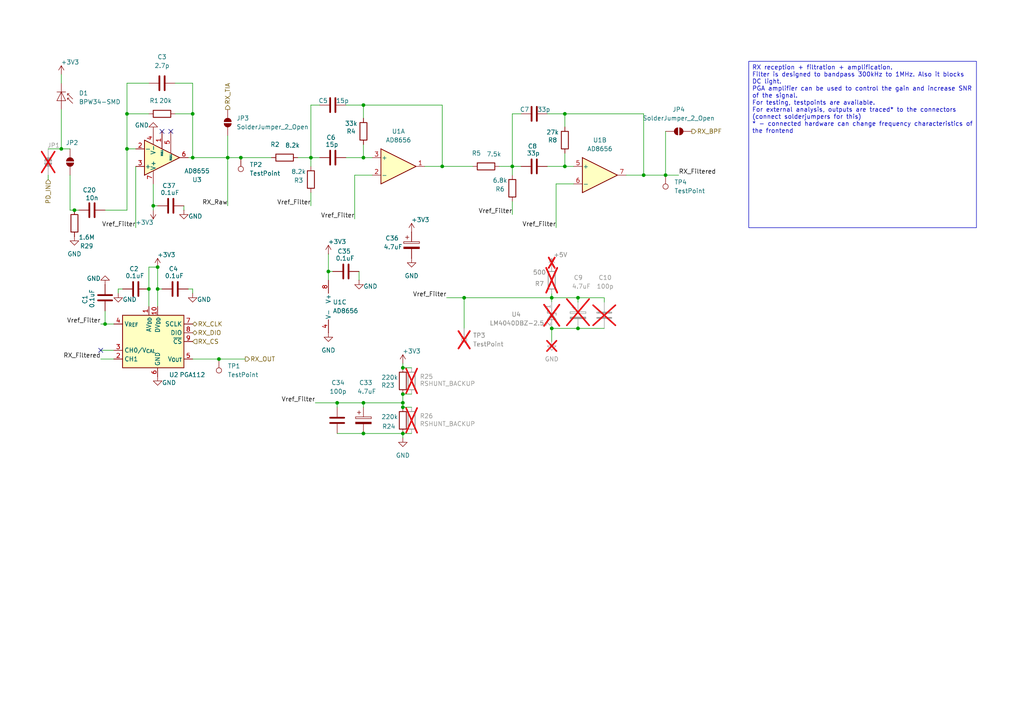
<source format=kicad_sch>
(kicad_sch (version 20250114) (generator "eeschema") (generator_version "9.0")
  (paper "A4")
  (lib_symbols
    (symbol "Amplifier_Operational:AD8655" (pin_names (offset 0.127))
      (property "Reference" "U" (at 0 6.35 0))
      (property "Value" "AD8655" (at 0 3.81 0))
      (symbol "AD8655_0_1"
        (polyline (pts (xy -5.08 5.08) (xy 5.08 0) (xy -5.08 -5.08) (xy -5.08 5.08)) (stroke (width 0.254)) (fill (type background)))
      )
      (symbol "AD8655_1_1"
        (pin input line (at -7.62 2.54 0) (length 2.54) (name "+") (number "3"))
        (pin input line (at -7.62 -2.54 0) (length 2.54) (name "-") (number "2"))
        (pin power_in line (at -2.54 7.62 270) (length 3.81) (name "V+") (number "7"))
        (pin power_in line (at -2.54 -7.62 90) (length 3.81) (name "V-") (number "4"))
        (pin no_connect line (at 0 2.54 270) (length 2.54) (hide yes) (name "NC") (number "8"))
        (pin input line (at 0 -7.62 90) (length 5.08) (name "NULL") (number "1"))
        (pin input line (at 2.54 -7.62 90) (length 6.35) (name "NULL") (number "5"))
        (pin output line (at 7.62 0 180) (length 2.54) (name "~") (number "6"))
      )
    )
    (symbol "Amplifier_Operational:AD8656" (pin_names (offset 0.127))
      (property "Reference" "U" (at 0 5.08 0))
      (property "Value" "AD8656" (at 0 -5.08 0))
      (symbol "AD8656_1_1"
        (polyline (pts (xy -5.08 5.08) (xy 5.08 0) (xy -5.08 -5.08) (xy -5.08 5.08)) (stroke (width 0.254)) (fill (type background)))
        (pin input line (at -7.62 2.54 0) (length 2.54) (name "+") (number "3"))
        (pin input line (at -7.62 -2.54 0) (length 2.54) (name "-") (number "2"))
        (pin output line (at 7.62 0 180) (length 2.54) (name "~") (number "1"))
      )
      (symbol "AD8656_2_1"
        (polyline (pts (xy -5.08 5.08) (xy 5.08 0) (xy -5.08 -5.08) (xy -5.08 5.08)) (stroke (width 0.254)) (fill (type background)))
        (pin input line (at -7.62 2.54 0) (length 2.54) (name "+") (number "5"))
        (pin input line (at -7.62 -2.54 0) (length 2.54) (name "-") (number "6"))
        (pin output line (at 7.62 0 180) (length 2.54) (name "~") (number "7"))
      )
      (symbol "AD8656_3_1"
        (pin power_in line (at -2.54 7.62 270) (length 3.81) (name "V+") (number "8"))
        (pin power_in line (at -2.54 -7.62 90) (length 3.81) (name "V-") (number "4"))
      )
    )
    (symbol "Analog:PGA112"
      (property "Reference" "U" (at -8.89 8.89 0))
      (property "Value" "PGA112" (at 7.62 8.89 0))
      (symbol "PGA112_0_1"
        (rectangle (start -10.16 7.62) (end 7.62 -7.62) (stroke (width 0.254)) (fill (type background)))
      )
      (symbol "PGA112_1_1"
        (pin input line (at -12.7 5.08 0) (length 2.54) (name "V_{REF}") (number "4"))
        (pin input line (at -12.7 -2.54 0) (length 2.54) (name "CH0/V_{CAL}") (number "3"))
        (pin input line (at -12.7 -5.08 0) (length 2.54) (name "CH1") (number "2"))
        (pin power_in line (at -2.54 10.16 270) (length 2.54) (name "AV_{DD}") (number "1"))
        (pin power_in line (at 0 10.16 270) (length 2.54) (name "DV_{DD}") (number "10"))
        (pin power_in line (at 0 -10.16 90) (length 2.54) (name "GND") (number "6"))
        (pin input line (at 10.16 5.08 180) (length 2.54) (name "SCLK") (number "7"))
        (pin bidirectional line (at 10.16 2.54 180) (length 2.54) (name "DIO") (number "8"))
        (pin input line (at 10.16 0 180) (length 2.54) (name "~{CS}") (number "9"))
        (pin output line (at 10.16 -5.08 180) (length 2.54) (name "V_{OUT}") (number "5"))
      )
    )
    (symbol "Connector:TestPoint" (pin_numbers (hide yes)) (pin_names (offset 0.762) (hide yes))
      (property "Reference" "TP" (at 0 6.858 0))
      (property "Value" "TestPoint" (at 0 5.08 0))
      (symbol "TestPoint_0_1"
        (circle (center 0 3.302) (radius 0.762))
      )
      (symbol "TestPoint_1_1"
        (pin passive line (at 0 0 90) (length 2.54) (name "1") (number "1"))
      )
    )
    (symbol "Device:C" (pin_numbers (hide yes)) (pin_names (offset 0.254))
      (property "Reference" "C" (at 0.635 2.54 0))
      (property "Value" "C" (at 0.635 -2.54 0))
      (symbol "C_0_1"
        (polyline (pts (xy -2.032 0.762) (xy 2.032 0.762)) (stroke (width 0.508)))
        (polyline (pts (xy -2.032 -0.762) (xy 2.032 -0.762)) (stroke (width 0.508)))
      )
      (symbol "C_1_1"
        (pin passive line (at 0 3.81 270) (length 2.794) (name "~") (number "1"))
        (pin passive line (at 0 -3.81 90) (length 2.794) (name "~") (number "2"))
      )
    )
    (symbol "Device:C_Polarized" (pin_numbers (hide yes)) (pin_names (offset 0.254))
      (property "Reference" "C" (at 0.635 2.54 0))
      (property "Value" "C_Polarized" (at 0.635 -2.54 0))
      (symbol "C_Polarized_0_1"
        (rectangle (start -2.286 0.508) (end 2.286 1.016))
        (polyline (pts (xy -1.778 2.286) (xy -0.762 2.286)))
        (polyline (pts (xy -1.27 2.794) (xy -1.27 1.778)))
        (rectangle (start 2.286 -0.508) (end -2.286 -1.016) (fill (type outline)))
      )
      (symbol "C_Polarized_1_1"
        (pin passive line (at 0 3.81 270) (length 2.794) (name "~") (number "1"))
        (pin passive line (at 0 -3.81 90) (length 2.794) (name "~") (number "2"))
      )
    )
    (symbol "Device:R" (pin_numbers (hide yes)) (pin_names (offset 0))
      (property "Reference" "R" (at 2.032 0 90))
      (property "Value" "R" (at 0 0 90))
      (symbol "R_0_1"
        (rectangle (start -1.016 -2.54) (end 1.016 2.54) (stroke (width 0.254)))
      )
      (symbol "R_1_1"
        (pin passive line (at 0 3.81 270) (length 1.27) (name "~") (number "1"))
        (pin passive line (at 0 -3.81 90) (length 1.27) (name "~") (number "2"))
      )
    )
    (symbol "Jumper:SolderJumper_2_Open" (pin_numbers (hide yes)) (pin_names (offset 0) (hide yes)) (in_bom no)
      (property "Reference" "JP" (at 0 2.032 0))
      (property "Value" "SolderJumper_2_Open" (at 0 -2.54 0))
      (symbol "SolderJumper_2_Open_0_1"
        (polyline (pts (xy -0.254 1.016) (xy -0.254 -1.016)))
        (arc (start -0.254 -1.016) (mid -1.2656 0) (end -0.254 1.016))
        (arc (start -0.254 -1.016) (mid -1.2656 0) (end -0.254 1.016) (fill (type outline)))
        (arc (start 0.254 1.016) (mid 1.2656 0) (end 0.254 -1.016))
        (arc (start 0.254 1.016) (mid 1.2656 0) (end 0.254 -1.016) (fill (type outline)))
        (polyline (pts (xy 0.254 1.016) (xy 0.254 -1.016)))
      )
      (symbol "SolderJumper_2_Open_1_1"
        (pin passive line (at -3.81 0 0) (length 2.54) (name "A") (number "1"))
        (pin passive line (at 3.81 0 180) (length 2.54) (name "B") (number "2"))
      )
    )
    (symbol "Reference_Voltage:LM4040DBZ-2.5" (pin_names (offset 0.0254) (hide yes))
      (property "Reference" "U" (at 0 2.54 0))
      (property "Value" "LM4040DBZ-2.5" (at 0 -3.175 0))
      (symbol "LM4040DBZ-2.5_0_1"
        (polyline (pts (xy -1.27 0) (xy 0 0) (xy 1.27 0)))
        (polyline (pts (xy -1.27 -1.27) (xy 0.635 0) (xy -1.27 1.27) (xy -1.27 -1.27)) (stroke (width 0.2032)))
        (polyline (pts (xy 0 -1.27) (xy 0.635 -1.27) (xy 0.635 1.27) (xy 1.27 1.27)) (stroke (width 0.2032)))
      )
      (symbol "LM4040DBZ-2.5_1_1"
        (pin passive line (at -3.81 0 0) (length 2.54) (name "A") (number "2"))
        (pin no_connect line (at -1.27 0 0) (length 2.54) (hide yes) (name "NC") (number "3"))
        (pin passive line (at 3.81 0 180) (length 2.54) (name "K") (number "1"))
      )
    )
    (symbol "Sensor_Optical:BPW34-SMD" (pin_numbers (hide yes)) (pin_names (offset 1.016) (hide yes))
      (property "Reference" "D" (at 0.508 1.778 0))
      (property "Value" "BPW34-SMD" (at -1.016 -2.794 0))
      (symbol "BPW34-SMD_0_1"
        (polyline (pts (xy -2.54 1.27) (xy -2.54 -1.27)) (stroke (width 0.1524)))
        (polyline (pts (xy -2.032 1.778) (xy -1.524 1.778)))
        (polyline (pts (xy -0.508 3.302) (xy -2.032 1.778) (xy -2.032 2.286)))
        (polyline (pts (xy 0 1.27) (xy -2.54 0) (xy 0 -1.27)))
        (polyline (pts (xy 0 0) (xy -2.54 0)))
        (polyline (pts (xy 0 -1.27) (xy 0 1.27)))
        (polyline (pts (xy 0.762 3.302) (xy -0.762 1.778) (xy -0.762 2.286) (xy -0.762 1.778) (xy -0.254 1.778)))
      )
      (symbol "BPW34-SMD_1_1"
        (pin passive line (at -5.08 0 0) (length 2.54) (name "K") (number "1"))
        (pin passive line (at 2.54 0 180) (length 2.54) (name "A") (number "2"))
      )
    )
    (symbol "power:+3V3" (power) (pin_numbers (hide yes)) (pin_names (offset 0) (hide yes))
      (property "Value" "+3V3" (at 0 3.556 0))
      (symbol "+3V3_0_1"
        (polyline (pts (xy -0.762 1.27) (xy 0 2.54)))
        (polyline (pts (xy 0 2.54) (xy 0.762 1.27)))
        (polyline (pts (xy 0 0) (xy 0 2.54)))
      )
      (symbol "+3V3_1_1"
        (pin power_in line (at 0 0 90) (length 0) (name "~") (number "1"))
      )
    )
    (symbol "power:GND" (power) (pin_numbers (hide yes)) (pin_names (offset 0) (hide yes))
      (property "Value" "GND" (at 0 -3.81 0))
      (symbol "GND_0_1"
        (polyline (pts (xy 0 0) (xy 0 -1.27) (xy 1.27 -1.27) (xy 0 -2.54) (xy -1.27 -1.27) (xy 0 -1.27)))
      )
      (symbol "GND_1_1"
        (pin power_in line (at 0 0 270) (length 0) (name "~") (number "1"))
      )
    )
  )
  (text_box "RX reception + filtration + amplification. \nFilter is designed to bandpass 300kHz to 1MHz. Also it blocks DC light. \nPGA amplifier can be used to control the gain and increase SNR of the signal.\nFor testing, testpoints are available. \nFor external analysis, outputs are traced* to the connectors (connect solderjumpers for this)\n* - connected hardware can change frequency characteristics of the frontend" (at 217.17 17.78 0) (size 66.04 48.26) (margins 0.9525 0.9525 0.9525 0.9525) (effects (font (size 1.27 1.27)) (justify left top)))
  (junction (at 160.02 95.25))
  (junction (at 105.41 30.48))
  (junction (at 134.62 86.36))
  (junction (at 167.64 86.36))
  (junction (at 148.59 48.26))
  (junction (at 116.84 116.84))
  (junction (at 45.72 83.82))
  (junction (at 160.02 86.36))
  (junction (at 45.72 77.47))
  (junction (at 55.88 45.72))
  (junction (at 36.83 43.18))
  (junction (at 163.83 33.02))
  (junction (at 163.83 48.26))
  (junction (at 116.84 125.73))
  (junction (at 105.41 116.84))
  (junction (at 116.84 114.3))
  (junction (at 193.04 50.8))
  (junction (at 36.83 33.02))
  (junction (at 43.18 83.82))
  (junction (at 90.17 45.72))
  (junction (at 69.85 45.72))
  (junction (at 97.79 116.84))
  (junction (at 105.41 125.73))
  (junction (at 17.78 43.18))
  (junction (at 128.27 48.26))
  (junction (at 116.84 106.68))
  (junction (at 30.48 93.98))
  (junction (at 116.84 118.11))
  (junction (at 167.64 95.25))
  (junction (at 66.04 45.72))
  (junction (at 55.88 33.02))
  (junction (at 95.25 78.74))
  (junction (at 21.59 60.96))
  (junction (at 63.5 104.14))
  (junction (at 44.45 59.69))
  (junction (at 105.41 45.72))
  (junction (at 186.69 50.8))
  (no_connect (at 29.21 101.6))
  (no_connect (at 49.53 38.1))
  (no_connect (at 46.99 38.1))
  (wire (pts (xy 90.17 48.26) (xy 90.17 45.72)))
  (wire (pts (xy 39.37 48.26) (xy 39.37 66.04)))
  (wire (pts (xy 29.21 101.6) (xy 33.02 101.6)))
  (wire (pts (xy 45.72 83.82) (xy 45.72 88.9)))
  (wire (pts (xy 71.12 104.14) (xy 63.5 104.14)))
  (wire (pts (xy 148.59 50.8) (xy 148.59 48.26)))
  (wire (pts (xy 17.78 43.18) (xy 20.32 43.18)))
  (wire (pts (xy 43.18 77.47) (xy 43.18 83.82)))
  (wire (pts (xy 86.36 45.72) (xy 90.17 45.72)))
  (wire (pts (xy 144.78 48.26) (xy 148.59 48.26)))
  (wire (pts (xy 160.02 95.25) (xy 167.64 95.25)))
  (wire (pts (xy 105.41 45.72) (xy 107.95 45.72)))
  (wire (pts (xy 134.62 86.36) (xy 134.62 95.25)))
  (wire (pts (xy 116.84 105.41) (xy 116.84 106.68)))
  (wire (pts (xy 163.83 33.02) (xy 163.83 36.83)))
  (wire (pts (xy 36.83 24.13) (xy 36.83 33.02)))
  (wire (pts (xy 63.5 104.14) (xy 55.88 104.14)))
  (wire (pts (xy 45.72 77.47) (xy 45.72 83.82)))
  (wire (pts (xy 148.59 48.26) (xy 151.13 48.26)))
  (wire (pts (xy 92.71 30.48) (xy 90.17 30.48)))
  (wire (pts (xy 29.21 104.14) (xy 33.02 104.14)))
  (wire (pts (xy 105.41 116.84) (xy 105.41 118.11)))
  (wire (pts (xy 134.62 86.36) (xy 160.02 86.36)))
  (wire (pts (xy 160.02 95.25) (xy 160.02 99.06)))
  (wire (pts (xy 50.8 24.13) (xy 55.88 24.13)))
  (wire (pts (xy 158.75 33.02) (xy 163.83 33.02)))
  (wire (pts (xy 21.59 60.96) (xy 20.32 60.96)))
  (wire (pts (xy 158.75 48.26) (xy 163.83 48.26)))
  (wire (pts (xy 55.88 45.72) (xy 66.04 45.72)))
  (wire (pts (xy 163.83 48.26) (xy 166.37 48.26)))
  (wire (pts (xy 116.84 114.3) (xy 119.38 114.3)))
  (wire (pts (xy 45.72 59.69) (xy 44.45 59.69)))
  (wire (pts (xy 34.29 83.82) (xy 35.56 83.82)))
  (wire (pts (xy 97.79 125.73) (xy 105.41 125.73)))
  (wire (pts (xy 161.29 53.34) (xy 161.29 66.04)))
  (wire (pts (xy 30.48 90.17) (xy 30.48 93.98)))
  (wire (pts (xy 55.88 33.02) (xy 55.88 45.72)))
  (wire (pts (xy 128.27 30.48) (xy 128.27 48.26)))
  (wire (pts (xy 17.78 43.18) (xy 17.78 31.75)))
  (wire (pts (xy 100.33 45.72) (xy 105.41 45.72)))
  (wire (pts (xy 116.84 125.73) (xy 119.38 125.73)))
  (wire (pts (xy 160.02 86.36) (xy 160.02 85.09)))
  (wire (pts (xy 102.87 50.8) (xy 107.95 50.8)))
  (wire (pts (xy 186.69 50.8) (xy 193.04 50.8)))
  (wire (pts (xy 66.04 45.72) (xy 69.85 45.72)))
  (wire (pts (xy 29.21 93.98) (xy 30.48 93.98)))
  (wire (pts (xy 55.88 24.13) (xy 55.88 33.02)))
  (wire (pts (xy 105.41 41.91) (xy 105.41 45.72)))
  (wire (pts (xy 116.84 106.68) (xy 119.38 106.68)))
  (wire (pts (xy 181.61 50.8) (xy 186.69 50.8)))
  (wire (pts (xy 44.45 59.69) (xy 44.45 53.34)))
  (wire (pts (xy 193.04 38.1) (xy 193.04 50.8)))
  (wire (pts (xy 95.25 78.74) (xy 95.25 81.28)))
  (wire (pts (xy 123.19 48.26) (xy 128.27 48.26)))
  (wire (pts (xy 193.04 50.8) (xy 196.85 50.8)))
  (wire (pts (xy 43.18 33.02) (xy 36.83 33.02)))
  (wire (pts (xy 116.84 127) (xy 116.84 125.73)))
  (wire (pts (xy 90.17 45.72) (xy 92.71 45.72)))
  (wire (pts (xy 167.64 87.63) (xy 167.64 86.36)))
  (wire (pts (xy 90.17 30.48) (xy 90.17 45.72)))
  (wire (pts (xy 148.59 33.02) (xy 148.59 48.26)))
  (wire (pts (xy 163.83 44.45) (xy 163.83 48.26)))
  (wire (pts (xy 105.41 116.84) (xy 116.84 116.84)))
  (wire (pts (xy 30.48 93.98) (xy 33.02 93.98)))
  (wire (pts (xy 116.84 114.3) (xy 116.84 116.84)))
  (wire (pts (xy 186.69 33.02) (xy 186.69 50.8)))
  (wire (pts (xy 97.79 116.84) (xy 105.41 116.84)))
  (wire (pts (xy 13.97 43.18) (xy 17.78 43.18)))
  (wire (pts (xy 128.27 48.26) (xy 137.16 48.26)))
  (wire (pts (xy 105.41 30.48) (xy 128.27 30.48)))
  (wire (pts (xy 116.84 118.11) (xy 116.84 116.84)))
  (wire (pts (xy 175.26 87.63) (xy 175.26 86.36)))
  (wire (pts (xy 175.26 86.36) (xy 167.64 86.36)))
  (wire (pts (xy 39.37 43.18) (xy 36.83 43.18)))
  (wire (pts (xy 91.44 116.84) (xy 97.79 116.84)))
  (wire (pts (xy 36.83 33.02) (xy 36.83 43.18)))
  (wire (pts (xy 44.45 60.96) (xy 44.45 59.69)))
  (wire (pts (xy 100.33 30.48) (xy 105.41 30.48)))
  (wire (pts (xy 167.64 86.36) (xy 160.02 86.36)))
  (wire (pts (xy 104.14 81.28) (xy 104.14 78.74)))
  (wire (pts (xy 95.25 73.66) (xy 95.25 78.74)))
  (wire (pts (xy 43.18 24.13) (xy 36.83 24.13)))
  (wire (pts (xy 102.87 50.8) (xy 102.87 63.5)))
  (wire (pts (xy 148.59 58.42) (xy 148.59 62.23)))
  (wire (pts (xy 17.78 21.59) (xy 17.78 24.13)))
  (wire (pts (xy 161.29 53.34) (xy 166.37 53.34)))
  (wire (pts (xy 97.79 118.11) (xy 97.79 116.84)))
  (wire (pts (xy 151.13 33.02) (xy 148.59 33.02)))
  (wire (pts (xy 46.99 83.82) (xy 45.72 83.82)))
  (wire (pts (xy 105.41 30.48) (xy 105.41 34.29)))
  (wire (pts (xy 53.34 60.96) (xy 53.34 59.69)))
  (wire (pts (xy 43.18 83.82) (xy 43.18 88.9)))
  (wire (pts (xy 20.32 60.96) (xy 20.32 50.8)))
  (wire (pts (xy 66.04 45.72) (xy 66.04 59.69)))
  (wire (pts (xy 96.52 78.74) (xy 95.25 78.74)))
  (wire (pts (xy 90.17 55.88) (xy 90.17 59.69)))
  (wire (pts (xy 160.02 87.63) (xy 160.02 86.36)))
  (wire (pts (xy 22.86 60.96) (xy 21.59 60.96)))
  (wire (pts (xy 43.18 77.47) (xy 45.72 77.47)))
  (wire (pts (xy 55.88 83.82) (xy 54.61 83.82)))
  (wire (pts (xy 55.88 85.09) (xy 55.88 83.82)))
  (wire (pts (xy 36.83 43.18) (xy 36.83 60.96)))
  (wire (pts (xy 105.41 125.73) (xy 116.84 125.73)))
  (wire (pts (xy 34.29 85.09) (xy 34.29 83.82)))
  (wire (pts (xy 66.04 39.37) (xy 66.04 45.72)))
  (wire (pts (xy 116.84 118.11) (xy 119.38 118.11)))
  (wire (pts (xy 13.97 52.07) (xy 13.97 50.8)))
  (wire (pts (xy 167.64 95.25) (xy 175.26 95.25)))
  (wire (pts (xy 50.8 33.02) (xy 55.88 33.02)))
  (wire (pts (xy 55.88 45.72) (xy 54.61 45.72)))
  (wire (pts (xy 163.83 33.02) (xy 186.69 33.02)))
  (wire (pts (xy 129.54 86.36) (xy 134.62 86.36)))
  (wire (pts (xy 69.85 45.72) (xy 78.74 45.72)))
  (wire (pts (xy 36.83 60.96) (xy 30.48 60.96)))
  (label "Vref_Filter" (at 29.21 93.98 180))
  (label "Vref_Filter" (at 91.44 116.84 180))
  (label "RX_Filtered" (at 196.85 50.8 0))
  (label "Vref_Filter" (at 39.37 66.04 180))
  (label "Vref_Filter" (at 129.54 86.36 180))
  (label "Vref_Filter" (at 148.59 62.23 180))
  (label "Vref_Filter" (at 90.17 59.69 180))
  (label "RX_Raw" (at 66.04 59.69 180))
  (label "RX_Filtered" (at 29.21 104.14 180))
  (label "Vref_Filter" (at 102.87 63.5 180))
  (label "Vref_Filter" (at 161.29 66.04 180))
  (hierarchical_label "RX_OUT" (shape output) (at 71.12 104.14 0))
  (hierarchical_label "RX_CLK" (shape bidirectional) (at 55.88 93.98 0))
  (hierarchical_label "RX_DIO" (shape bidirectional) (at 55.88 96.52 0))
  (hierarchical_label "RX_BPF" (shape output) (at 200.66 38.1 0))
  (hierarchical_label "RX_CS" (shape input) (at 55.88 99.06 0))
  (hierarchical_label "RX_TIA" (shape output) (at 66.04 31.75 90))
  (hierarchical_label "PD_IN" (shape input) (at 13.97 52.07 270))
  (symbol (lib_id "power:+3V3") (at 95.25 73.66 0) (unit 1)
    (property "Reference" "#PWR01" (effects (hide yes)))
    (property "Value" "+3V3" (at 97.79 70.104 0))
    (property "Description" "Power symbol creates a global label with name \"+3V3\"" (effects (hide yes)))
  )
  (symbol (lib_id "Device:R") (at 119.38 110.49 0) (unit 1) (in_bom no) (dnp yes)
    (property "Reference" "R25" (at 123.698 109.22 0))
    (property "Value" "RSHUNT_BACKUP" (at 129.794 111.252 0))
    (property "Footprint" "Resistor_SMD:R_0805_2012Metric_Pad1.20x1.40mm_HandSolder" (effects (hide yes)))
    (property "Description" "Resistor" (effects (hide yes)))
  )
  (symbol (lib_id "power:+3V3") (at 116.84 105.41 0) (unit 1)
    (property "Reference" "#PWR059" (effects (hide yes)))
    (property "Value" "+3V3" (at 119.38 101.854 0))
    (property "Description" "Power symbol creates a global label with name \"+3V3\"" (effects (hide yes)))
  )
  (symbol (lib_id "Device:C") (at 154.94 48.26 90) (unit 1)
    (property "Reference" "C8" (at 154.432 42.418 90))
    (property "Value" "33p" (at 154.686 44.45 90))
    (property "Footprint" "Capacitor_SMD:C_0402_1005Metric" (effects (hide yes)))
    (property "Description" "Unpolarized capacitor" (effects (hide yes)))
  )
  (symbol (lib_id "power:GND") (at 160.02 99.06 0) (unit 1) (in_bom no) (on_board no) (dnp yes)
    (property "Reference" "#PWR013" (effects (hide yes)))
    (property "Value" "GND" (at 160.02 104.14 0))
    (property "Description" "Power symbol creates a global label with name \"GND\" , ground" (effects (hide yes)))
  )
  (symbol (lib_id "Device:C") (at 154.94 33.02 90) (unit 1)
    (property "Reference" "C7" (at 152.146 31.75 90))
    (property "Value" "33p" (at 157.734 31.75 90))
    (property "Footprint" "Capacitor_SMD:C_0402_1005Metric" (effects (hide yes)))
    (property "Description" "Unpolarized capacitor" (effects (hide yes)))
  )
  (symbol (lib_id "Device:C") (at 26.67 60.96 270) (unit 1)
    (property "Reference" "C20" (at 25.908 55.118 90))
    (property "Value" "10n" (at 26.67 57.404 90))
    (property "Footprint" "Capacitor_SMD:C_0402_1005Metric" (effects (hide yes)))
    (property "Description" "Unpolarized capacitor" (effects (hide yes)))
  )
  (symbol (lib_id "Device:R") (at 46.99 33.02 90) (unit 1)
    (property "Reference" "R1" (at 44.704 29.21 90))
    (property "Value" "20k" (at 48.006 29.21 90))
    (property "Footprint" "Resistor_SMD:R_0402_1005Metric" (effects (hide yes)))
    (property "Description" "Resistor" (effects (hide yes)))
  )
  (symbol (lib_id "power:GND") (at 21.59 68.58 0) (unit 1) (in_bom no) (on_board no)
    (property "Reference" "#PWR028" (effects (hide yes)))
    (property "Value" "GND" (at 21.59 73.66 0))
    (property "Description" "Power symbol creates a global label with name \"GND\" , ground" (effects (hide yes)))
  )
  (symbol (lib_id "Amplifier_Operational:AD8656") (at 97.79 88.9 0) (unit 3)
    (property "Reference" "U1" (at 96.52 87.6299 0) (effects (justify left)))
    (property "Value" "AD8656" (at 96.52 90.1699 0) (effects (justify left)))
    (property "Footprint" "Package_SO:SOIC-8_3.9x4.9mm_P1.27mm" (effects (hide yes)))
    (property "Datasheet" "https://www.analog.com/media/en/technical-documentation/data-sheets/ad8655_8656.pdf" (effects (hide yes)))
    (property "Description" "Dual Low Noise, Precision CMOS Amplifier" (effects (hide yes)))
  )
  (symbol (lib_id "Jumper:SolderJumper_2_Open") (at 13.97 46.99 270) (unit 1) (in_bom no) (on_board no) (dnp yes)
    (property "Reference" "JP1" (at 13.716 42.164 90) (effects (justify left)))
    (property "Value" "SolderJumper_2_Open" (effects (hide yes)))
    (property "Footprint" "Jumper:SolderJumper-2_P1.3mm_Open_Pad1.0x1.5mm" (effects (hide yes)))
    (property "Description" "Solder Jumper, 2-pole, open" (effects (hide yes)))
  )
  (symbol (lib_id "power:+3V3") (at 119.38 67.31 0) (unit 1)
    (property "Reference" "#PWR064" (effects (hide yes)))
    (property "Value" "+3V3" (at 121.92 63.754 0))
    (property "Description" "Power symbol creates a global label with name \"+3V3\"" (effects (hide yes)))
  )
  (symbol (lib_id "Device:C") (at 30.48 86.36 180) (unit 1)
    (property "Reference" "C1" (at 24.638 86.868 90))
    (property "Value" "0.1uF" (at 26.67 86.614 90))
    (property "Footprint" "Capacitor_SMD:C_0402_1005Metric" (effects (hide yes)))
    (property "Description" "Unpolarized capacitor" (effects (hide yes)))
  )
  (symbol (lib_id "power:GND") (at 44.45 38.1 180) (unit 1) (in_bom no) (on_board no)
    (property "Reference" "#PWR07" (effects (hide yes)))
    (property "Value" "GND" (at 41.148 36.322 0))
    (property "Description" "Power symbol creates a global label with name \"GND\" , ground" (effects (hide yes)))
  )
  (symbol (lib_id "Device:R") (at 148.59 54.61 180) (unit 1)
    (property "Reference" "R6" (at 145.034 54.864 0))
    (property "Value" "6.8k" (at 145.034 52.324 0))
    (property "Footprint" "Resistor_SMD:R_0402_1005Metric" (effects (hide yes)))
    (property "Description" "Resistor" (effects (hide yes)))
    (property "Sim.Device" "R" (effects (hide yes)))
    (property "Sim.Pins" "1=- 2=+" (effects (hide yes)))
  )
  (symbol (lib_id "power:+3V3") (at 44.45 60.96 180) (unit 1)
    (property "Reference" "#PWR06" (effects (hide yes)))
    (property "Value" "+3V3" (at 41.91 64.516 0))
    (property "Description" "Power symbol creates a global label with name \"+3V3\"" (effects (hide yes)))
  )
  (symbol (lib_id "Analog:PGA112") (at 45.72 99.06 0) (unit 1)
    (property "Reference" "U2" (at 49.022 108.712 0) (effects (justify left)))
    (property "Value" "PGA112" (at 52.07 108.712 0) (effects (justify left)))
    (property "Footprint" "Package_SO:TSSOP-10_3x3mm_P0.5mm" (effects (hide yes)))
    (property "Datasheet" "http://www.ti.com/lit/ds/sbos424c/sbos424c.pdf" (effects (hide yes)))
    (property "Description" "Zero-Drift Programmable Gain Amplifier With Mux, x1/x2/x4/x8/x16/x32/x64/x128 gains, VSSOP-10" (effects (hide yes)))
  )
  (symbol (lib_id "Device:R") (at 163.83 40.64 180) (unit 1)
    (property "Reference" "R8" (at 160.274 40.64 0))
    (property "Value" "27k" (at 160.274 38.354 0))
    (property "Footprint" "Resistor_SMD:R_0402_1005Metric" (effects (hide yes)))
    (property "Description" "Resistor" (effects (hide yes)))
    (property "Sim.Device" "R" (effects (hide yes)))
    (property "Sim.Pins" "1=- 2=+" (effects (hide yes)))
  )
  (symbol (lib_id "Device:R") (at 105.41 38.1 180) (unit 1)
    (property "Reference" "R4" (at 101.854 38.1 0))
    (property "Value" "33k" (at 101.854 35.814 0))
    (property "Footprint" "Resistor_SMD:R_0402_1005Metric" (effects (hide yes)))
    (property "Description" "Resistor" (effects (hide yes)))
    (property "Sim.Device" "R" (effects (hide yes)))
    (property "Sim.Pins" "1=- 2=+" (effects (hide yes)))
  )
  (symbol (lib_id "Jumper:SolderJumper_2_Open") (at 66.04 35.56 90) (unit 1) (in_bom no)
    (property "Reference" "JP3" (at 68.58 34.2899 90) (effects (justify right)))
    (property "Value" "SolderJumper_2_Open" (at 68.58 36.8299 90) (effects (justify right)))
    (property "Footprint" "Jumper:SolderJumper-2_P1.3mm_Open_Pad1.0x1.5mm" (effects (hide yes)))
    (property "Description" "Solder Jumper, 2-pole, open" (effects (hide yes)))
  )
  (symbol (lib_id "Device:C") (at 96.52 45.72 90) (unit 1)
    (property "Reference" "C6" (at 96.012 39.878 90))
    (property "Value" "15p" (at 96.266 41.91 90))
    (property "Footprint" "Capacitor_SMD:C_0402_1005Metric" (effects (hide yes)))
    (property "Description" "Unpolarized capacitor" (effects (hide yes)))
  )
  (symbol (lib_id "Device:C") (at 100.33 78.74 90) (unit 1)
    (property "Reference" "C35" (at 99.822 72.898 90))
    (property "Value" "0.1uF" (at 100.076 74.93 90))
    (property "Footprint" "Capacitor_SMD:C_0402_1005Metric" (effects (hide yes)))
    (property "Description" "Unpolarized capacitor" (effects (hide yes)))
  )
  (symbol (lib_id "Device:R") (at 82.55 45.72 90) (unit 1)
    (property "Reference" "R2" (at 79.756 41.91 90))
    (property "Value" "8.2k" (at 84.836 42.164 90))
    (property "Footprint" "Resistor_SMD:R_0402_1005Metric" (effects (hide yes)))
    (property "Description" "Resistor" (effects (hide yes)))
    (property "Sim.Device" "R" (effects (hide yes)))
    (property "Sim.Pins" "1=- 2=+" (effects (hide yes)))
  )
  (symbol (lib_id "Jumper:SolderJumper_2_Open") (at 196.85 38.1 180) (unit 1) (in_bom no)
    (property "Reference" "JP4" (at 196.85 31.75 0))
    (property "Value" "SolderJumper_2_Open" (at 196.85 34.29 0))
    (property "Footprint" "Jumper:SolderJumper-2_P1.3mm_Open_Pad1.0x1.5mm" (effects (hide yes)))
    (property "Description" "Solder Jumper, 2-pole, open" (effects (hide yes)))
  )
  (symbol (lib_id "Sensor_Optical:BPW34-SMD") (at 17.78 29.21 270) (unit 1)
    (property "Reference" "D1" (at 22.86 27.0128 90) (effects (justify left)))
    (property "Value" "BPW34-SMD" (at 22.86 29.5528 90) (effects (justify left)))
    (property "Footprint" "OptoDevice:Osram_BPW34S-SMD" (effects (hide yes)))
    (property "Datasheet" "https://dammedia.osram.info/media/resource/hires/osram-dam-5488319/BPW%2034%20S_EN.pdf" (effects (hide yes)))
    (property "Description" "Silicon PIN Photodiode, Area 2.65x2.65mm" (effects (hide yes)))
  )
  (symbol (lib_id "power:GND") (at 30.48 82.55 180) (unit 1) (in_bom no) (on_board no)
    (property "Reference" "#PWR04" (effects (hide yes)))
    (property "Value" "GND" (at 27.178 80.772 0))
    (property "Description" "Power symbol creates a global label with name \"GND\" , ground" (effects (hide yes)))
  )
  (symbol (lib_id "Device:C") (at 96.52 30.48 90) (unit 1)
    (property "Reference" "C5" (at 93.726 29.21 90))
    (property "Value" "15p" (at 99.314 29.21 90))
    (property "Footprint" "Capacitor_SMD:C_0402_1005Metric" (effects (hide yes)))
    (property "Description" "Unpolarized capacitor" (effects (hide yes)))
  )
  (symbol (lib_id "Device:C_Polarized") (at 105.41 121.92 0) (unit 1)
    (property "Reference" "C33" (at 104.14 110.998 0) (effects (justify left)))
    (property "Value" "4.7uF" (at 103.632 113.538 0) (effects (justify left)))
    (property "Footprint" "Capacitor_Tantalum_SMD:CP_EIA-2012-12_Kemet-R_HandSolder" (effects (hide yes)))
    (property "Description" "Polarized capacitor" (effects (hide yes)))
  )
  (symbol (lib_id "Device:C") (at 97.79 121.92 0) (unit 1)
    (property "Reference" "C34" (at 98.044 110.998 0))
    (property "Value" "100p" (at 98.044 113.538 0))
    (property "Footprint" "Capacitor_SMD:C_0402_1005Metric" (effects (hide yes)))
    (property "Description" "Unpolarized capacitor" (effects (hide yes)))
  )
  (symbol (lib_id "Jumper:SolderJumper_2_Open") (at 20.32 46.99 90) (unit 1) (in_bom no)
    (property "Reference" "JP2" (at 19.05 41.402 90) (effects (justify right)))
    (property "Value" "SolderJumper_2_Open" (effects (hide yes)))
    (property "Footprint" "Jumper:SolderJumper-2_P1.3mm_Open_Pad1.0x1.5mm" (effects (hide yes)))
    (property "Description" "Solder Jumper, 2-pole, open" (effects (hide yes)))
  )
  (symbol (lib_id "Device:C") (at 39.37 83.82 90) (unit 1)
    (property "Reference" "C2" (at 38.862 77.978 90))
    (property "Value" "0.1uF" (at 39.116 80.01 90))
    (property "Footprint" "Capacitor_SMD:C_0402_1005Metric" (effects (hide yes)))
    (property "Description" "Unpolarized capacitor" (effects (hide yes)))
  )
  (symbol (lib_id "power:GND") (at 116.84 127 0) (unit 1) (in_bom no) (on_board no)
    (property "Reference" "#PWR012" (effects (hide yes)))
    (property "Value" "GND" (at 116.84 132.08 0))
    (property "Description" "Power symbol creates a global label with name \"GND\" , ground" (effects (hide yes)))
  )
  (symbol (lib_id "Amplifier_Operational:AD8655") (at 46.99 45.72 0) (mirror x) (unit 1)
    (property "Reference" "U3" (at 57.15 52.1402 0))
    (property "Value" "AD8655" (at 57.15 49.6002 0))
    (property "Footprint" "Package_SO:SOIC-8_3.9x4.9mm_P1.27mm" (effects (hide yes)))
    (property "Datasheet" "https://www.analog.com/media/en/technical-documentation/data-sheets/ad8655_8656.pdf" (effects (hide yes)))
    (property "Description" "Single Low Noise, Precision CMOS Amplifier" (effects (hide yes)))
  )
  (symbol (lib_id "Device:R") (at 116.84 121.92 180) (unit 1)
    (property "Reference" "R24" (at 112.776 123.698 0))
    (property "Value" "220k" (at 113.03 120.904 0))
    (property "Footprint" "Resistor_SMD:R_0805_2012Metric_Pad1.20x1.40mm_HandSolder" (effects (hide yes)))
    (property "Description" "Resistor" (effects (hide yes)))
  )
  (symbol (lib_id "Device:R") (at 160.02 81.28 180) (unit 1) (in_bom no) (on_board no) (dnp yes)
    (property "Reference" "R7" (at 156.464 82.296 0))
    (property "Value" "500" (at 156.464 78.994 0))
    (property "Description" "Resistor" (effects (hide yes)))
  )
  (symbol (lib_id "Device:C") (at 175.26 91.44 0) (unit 1) (in_bom no) (on_board no) (dnp yes)
    (property "Reference" "C10" (at 175.514 80.518 0))
    (property "Value" "100p" (at 175.514 83.058 0))
    (property "Description" "Unpolarized capacitor" (effects (hide yes)))
  )
  (symbol (lib_id "Device:C_Polarized") (at 167.64 91.44 0) (unit 1) (in_bom no) (on_board no) (dnp yes)
    (property "Reference" "C9" (at 166.37 80.518 0) (effects (justify left)))
    (property "Value" "4.7uF" (at 165.862 83.058 0) (effects (justify left)))
    (property "Description" "Polarized capacitor" (effects (hide yes)))
  )
  (symbol (lib_id "Reference_Voltage:LM4040DBZ-2.5") (at 160.02 91.44 90) (unit 1) (in_bom no) (on_board no) (dnp yes)
    (property "Reference" "U4" (at 148.336 91.186 90) (effects (justify right)))
    (property "Value" "LM4040DBZ-2.5" (at 141.986 93.726 90) (effects (justify right)))
    (property "Footprint" "Package_TO_SOT_SMD:SOT-23" (effects (hide yes)))
    (property "Datasheet" "http://www.ti.com/lit/ds/symlink/lm4040-n.pdf" (effects (hide yes)))
    (property "Description" "2.500V Precision Micropower Shunt Voltage Reference, SOT-23" (effects (hide yes)))
  )
  (symbol (lib_id "Device:R") (at 90.17 52.07 180) (unit 1)
    (property "Reference" "R3" (at 86.614 52.324 0))
    (property "Value" "8.2k" (at 86.614 49.784 0))
    (property "Footprint" "Resistor_SMD:R_0402_1005Metric" (effects (hide yes)))
    (property "Description" "Resistor" (effects (hide yes)))
    (property "Sim.Device" "R" (effects (hide yes)))
    (property "Sim.Pins" "1=- 2=+" (effects (hide yes)))
  )
  (symbol (lib_id "Device:C_Polarized") (at 119.38 71.12 0) (unit 1)
    (property "Reference" "C36" (at 111.76 69.088 0) (effects (justify left)))
    (property "Value" "4.7uF" (at 111.252 71.628 0) (effects (justify left)))
    (property "Footprint" "Capacitor_Tantalum_SMD:CP_EIA-2012-12_Kemet-R_HandSolder" (effects (hide yes)))
    (property "Description" "Polarized capacitor" (effects (hide yes)))
  )
  (symbol (lib_id "power:GND") (at 104.14 81.28 0) (unit 1) (in_bom no) (on_board no)
    (property "Reference" "#PWR063" (effects (hide yes)))
    (property "Value" "GND" (at 107.442 83.058 0))
    (property "Description" "Power symbol creates a global label with name \"GND\" , ground" (effects (hide yes)))
  )
  (symbol (lib_id "Device:R") (at 119.38 121.92 0) (unit 1) (in_bom no) (dnp yes)
    (property "Reference" "R26" (at 123.698 120.65 0))
    (property "Value" "RSHUNT_BACKUP" (at 129.794 122.936 0))
    (property "Footprint" "Resistor_SMD:R_0805_2012Metric_Pad1.20x1.40mm_HandSolder" (effects (hide yes)))
    (property "Description" "Resistor" (effects (hide yes)))
  )
  (symbol (lib_id "power:+3V3") (at 45.72 77.47 0) (unit 1)
    (property "Reference" "#PWR09" (effects (hide yes)))
    (property "Value" "+3V3" (at 48.26 73.914 0))
    (property "Description" "Power symbol creates a global label with name \"+3V3\"" (effects (hide yes)))
  )
  (symbol (lib_id "power:+3V3") (at 17.78 21.59 0) (unit 1)
    (property "Reference" "#PWR03" (effects (hide yes)))
    (property "Value" "+3V3" (at 20.32 18.034 0))
    (property "Description" "Power symbol creates a global label with name \"+3V3\"" (effects (hide yes)))
  )
  (symbol (lib_id "power:GND") (at 53.34 60.96 0) (unit 1) (in_bom no) (on_board no)
    (property "Reference" "#PWR066" (effects (hide yes)))
    (property "Value" "GND" (at 56.642 62.738 0))
    (property "Description" "Power symbol creates a global label with name \"GND\" , ground" (effects (hide yes)))
  )
  (symbol (lib_id "power:GND") (at 95.25 96.52 0) (unit 1) (in_bom no) (on_board no)
    (property "Reference" "#PWR02" (effects (hide yes)))
    (property "Value" "GND" (at 95.25 101.6 0))
    (property "Description" "Power symbol creates a global label with name \"GND\" , ground" (effects (hide yes)))
  )
  (symbol (lib_id "Device:C") (at 46.99 24.13 90) (unit 1)
    (property "Reference" "C3" (at 46.99 16.51 90))
    (property "Value" "2.7p" (at 46.99 19.05 90))
    (property "Footprint" "Capacitor_SMD:C_0402_1005Metric" (effects (hide yes)))
    (property "Description" "Unpolarized capacitor" (effects (hide yes)))
  )
  (symbol (lib_id "power:GND") (at 34.29 85.09 0) (unit 1) (in_bom no) (on_board no)
    (property "Reference" "#PWR05" (effects (hide yes)))
    (property "Value" "GND" (at 37.592 86.868 0))
    (property "Description" "Power symbol creates a global label with name \"GND\" , ground" (effects (hide yes)))
  )
  (symbol (lib_id "Device:C") (at 49.53 59.69 90) (unit 1)
    (property "Reference" "C37" (at 49.022 53.848 90))
    (property "Value" "0.1uF" (at 49.276 55.88 90))
    (property "Footprint" "Capacitor_SMD:C_0402_1005Metric" (effects (hide yes)))
    (property "Description" "Unpolarized capacitor" (effects (hide yes)))
  )
  (symbol (lib_id "Device:R") (at 116.84 110.49 180) (unit 1)
    (property "Reference" "R23" (at 112.522 111.76 0))
    (property "Value" "220k" (at 113.03 109.474 0))
    (property "Footprint" "Resistor_SMD:R_0805_2012Metric_Pad1.20x1.40mm_HandSolder" (effects (hide yes)))
    (property "Description" "Resistor" (effects (hide yes)))
  )
  (symbol (lib_id "power:+3V3") (at 160.02 77.47 0) (unit 1) (in_bom no) (on_board no) (dnp yes)
    (property "Reference" "#PWR08" (effects (hide yes)))
    (property "Value" "+5V" (at 162.56 73.914 0))
    (property "Description" "Power symbol creates a global label with name \"+3V3\"" (effects (hide yes)))
  )
  (symbol (lib_id "power:GND") (at 119.38 74.93 0) (unit 1) (in_bom no) (on_board no)
    (property "Reference" "#PWR065" (effects (hide yes)))
    (property "Value" "GND" (at 119.38 80.01 0))
    (property "Description" "Power symbol creates a global label with name \"GND\" , ground" (effects (hide yes)))
  )
  (symbol (lib_id "Amplifier_Operational:AD8656") (at 115.57 48.26 0) (unit 1)
    (property "Reference" "U1" (at 115.57 38.1 0))
    (property "Value" "AD8656" (at 115.57 40.64 0))
    (property "Footprint" "Package_SO:SOIC-8_3.9x4.9mm_P1.27mm" (effects (hide yes)))
    (property "Datasheet" "https://www.analog.com/media/en/technical-documentation/data-sheets/ad8655_8656.pdf" (effects (hide yes)))
    (property "Description" "Dual Low Noise, Precision CMOS Amplifier" (effects (hide yes)))
  )
  (symbol (lib_id "Connector:TestPoint") (at 69.85 45.72 180) (unit 1)
    (property "Reference" "TP2" (at 72.39 47.7519 0) (effects (justify right)))
    (property "Value" "TestPoint" (at 72.39 50.2919 0) (effects (justify right)))
    (property "Footprint" "TestPoint:TestPoint_Pad_D2.0mm" (effects (hide yes)))
    (property "Description" "test point" (effects (hide yes)))
  )
  (symbol (lib_id "power:GND") (at 45.72 109.22 0) (unit 1) (in_bom no) (on_board no)
    (property "Reference" "#PWR010" (effects (hide yes)))
    (property "Value" "GND" (at 49.022 110.998 0))
    (property "Description" "Power symbol creates a global label with name \"GND\" , ground" (effects (hide yes)))
  )
  (symbol (lib_id "Device:R") (at 140.97 48.26 90) (unit 1)
    (property "Reference" "R5" (at 138.176 44.45 90))
    (property "Value" "7.5k" (at 143.256 44.704 90))
    (property "Footprint" "Resistor_SMD:R_0402_1005Metric" (effects (hide yes)))
    (property "Description" "Resistor" (effects (hide yes)))
    (property "Sim.Device" "R" (effects (hide yes)))
    (property "Sim.Pins" "1=- 2=+" (effects (hide yes)))
  )
  (symbol (lib_id "Connector:TestPoint") (at 63.5 104.14 180) (unit 1)
    (property "Reference" "TP1" (at 66.04 106.1719 0) (effects (justify right)))
    (property "Value" "TestPoint" (at 66.04 108.7119 0) (effects (justify right)))
    (property "Footprint" "TestPoint:TestPoint_Pad_D2.0mm" (effects (hide yes)))
    (property "Description" "test point" (effects (hide yes)))
  )
  (symbol (lib_id "Device:R") (at 21.59 64.77 180) (unit 1)
    (property "Reference" "R29" (at 25.146 71.374 0))
    (property "Value" "1.6M" (at 25.146 68.834 0))
    (property "Footprint" "Resistor_SMD:R_0805_2012Metric" (effects (hide yes)))
    (property "Description" "Resistor" (effects (hide yes)))
  )
  (symbol (lib_id "Device:C") (at 50.8 83.82 90) (unit 1)
    (property "Reference" "C4" (at 50.292 77.978 90))
    (property "Value" "0.1uF" (at 50.546 80.01 90))
    (property "Footprint" "Capacitor_SMD:C_0402_1005Metric" (effects (hide yes)))
    (property "Description" "Unpolarized capacitor" (effects (hide yes)))
  )
  (symbol (lib_id "Amplifier_Operational:AD8656") (at 173.99 50.8 0) (unit 2)
    (property "Reference" "U1" (at 173.99 40.64 0))
    (property "Value" "AD8656" (at 173.99 43.18 0))
    (property "Footprint" "Package_SO:SOIC-8_3.9x4.9mm_P1.27mm" (effects (hide yes)))
    (property "Datasheet" "https://www.analog.com/media/en/technical-documentation/data-sheets/ad8655_8656.pdf" (effects (hide yes)))
    (property "Description" "Dual Low Noise, Precision CMOS Amplifier" (effects (hide yes)))
  )
  (symbol (lib_id "Connector:TestPoint") (at 193.04 50.8 180) (unit 1)
    (property "Reference" "TP4" (at 195.58 52.8319 0) (effects (justify right)))
    (property "Value" "TestPoint" (at 195.58 55.3719 0) (effects (justify right)))
    (property "Footprint" "TestPoint:TestPoint_Pad_D2.0mm" (effects (hide yes)))
    (property "Description" "test point" (effects (hide yes)))
  )
  (symbol (lib_id "power:GND") (at 55.88 85.09 0) (unit 1) (in_bom no) (on_board no)
    (property "Reference" "#PWR011" (effects (hide yes)))
    (property "Value" "GND" (at 59.182 86.868 0))
    (property "Description" "Power symbol creates a global label with name \"GND\" , ground" (effects (hide yes)))
  )
  (symbol (lib_id "Connector:TestPoint") (at 134.62 95.25 180) (unit 1) (in_bom no) (on_board no) (dnp yes)
    (property "Reference" "TP3" (at 137.16 97.2819 0) (effects (justify right)))
    (property "Value" "TestPoint" (at 137.16 99.8219 0) (effects (justify right)))
    (property "Footprint" "TestPoint:TestPoint_Pad_D2.0mm" (effects (hide yes)))
    (property "Description" "test point" (effects (hide yes)))
  )
)
</source>
